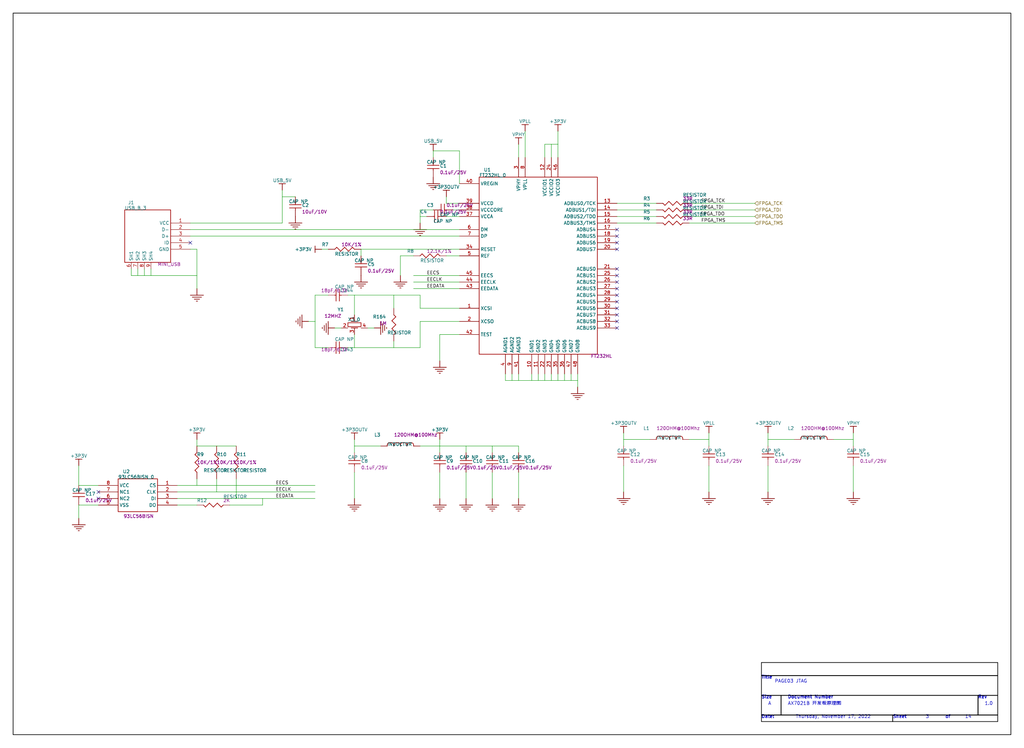
<source format=kicad_sch>
(kicad_sch (version 20231120) (generator "eeschema") (generator_version "8.0")
  (paper "User" 396.24 289.56)
  (title_block (title "PAGE03 JTAG"))
  (no_connect (at 38.1 190.5))
  (no_connect (at 38.1 193.04))
  (no_connect (at 238.76 91.44))
  (no_connect (at 238.76 111.76))
  (no_connect (at 238.76 119.38))
  (no_connect (at 73.66 93.98))
  (no_connect (at 238.76 124.46))
  (no_connect (at 238.76 127))
  (no_connect (at 238.76 114.3))
  (no_connect (at 238.76 93.98))
  (no_connect (at 238.76 106.68))
  (no_connect (at 238.76 96.52))
  (no_connect (at 238.76 88.9))
  (no_connect (at 238.76 121.92))
  (no_connect (at 238.76 116.84))
  (no_connect (at 238.76 104.14))
  (no_connect (at 238.76 109.22))
  (wire (pts (xy 101.6 193.04) (xy 91.44 193.04)))
  (wire (pts (xy 127 134.62) (xy 121.92 134.62)))
  (wire (pts (xy 297.18 170.18) (xy 297.18 167.64)))
  (wire (pts (xy 218.44 147.32) (xy 215.9 147.32)))
  (wire (pts (xy 213.36 147.32) (xy 213.36 144.78)))
  (wire (pts (xy 210.82 147.32) (xy 210.82 144.78)))
  (wire (pts (xy 215.9 147.32) (xy 213.36 147.32)))
  (wire (pts (xy 208.28 147.32) (xy 208.28 144.78)))
  (wire (pts (xy 76.2 106.68) (xy 76.2 96.52)))
  (wire (pts (xy 254 78.74) (xy 238.76 78.74)))
  (wire (pts (xy 241.3 190.5) (xy 241.3 180.34)))
  (wire (pts (xy 170.18 172.72) (xy 180.34 172.72)))
  (wire (pts (xy 160.02 109.22) (xy 177.8 109.22)))
  (wire (pts (xy 274.32 170.18) (xy 266.7 170.18)))
  (wire (pts (xy 137.16 172.72) (xy 137.16 170.18)))
  (wire (pts (xy 121.92 114.3) (xy 127 114.3)))
  (wire (pts (xy 200.66 172.72) (xy 190.5 172.72)))
  (wire (pts (xy 198.12 147.32) (xy 200.66 147.32)))
  (wire (pts (xy 68.58 190.5) (xy 83.82 190.5)))
  (wire (pts (xy 274.32 170.18) (xy 274.32 167.64)))
  (wire (pts (xy 50.8 106.68) (xy 53.34 106.68)))
  (wire (pts (xy 254 86.36) (xy 238.76 86.36)))
  (wire (pts (xy 83.82 172.72) (xy 76.2 172.72)))
  (wire (pts (xy 160.02 99.06) (xy 154.94 99.06)))
  (wire (pts (xy 58.42 106.68) (xy 58.42 104.14)))
  (wire (pts (xy 127 96.52) (xy 124.46 96.52)))
  (wire (pts (xy 139.7 96.52) (xy 139.7 99.06)))
  (wire (pts (xy 76.2 187.96) (xy 121.92 187.96)))
  (wire (pts (xy 177.8 129.54) (xy 170.18 129.54)))
  (wire (pts (xy 190.5 172.72) (xy 180.34 172.72)))
  (wire (pts (xy 76.2 111.76) (xy 76.2 106.68)))
  (wire (pts (xy 330.2 190.5) (xy 330.2 180.34)))
  (wire (pts (xy 213.36 147.32) (xy 210.82 147.32)))
  (wire (pts (xy 220.98 147.32) (xy 220.98 144.78)))
  (wire (pts (xy 91.44 193.04) (xy 68.58 193.04)))
  (wire (pts (xy 137.16 134.62) (xy 134.62 134.62)))
  (wire (pts (xy 147.32 172.72) (xy 137.16 172.72)))
  (wire (pts (xy 266.7 81.28) (xy 292.1 81.28)))
  (wire (pts (xy 177.8 96.52) (xy 139.7 96.52)))
  (wire (pts (xy 101.6 193.04) (xy 121.92 193.04)))
  (wire (pts (xy 215.9 55.88) (xy 215.9 50.8)))
  (wire (pts (xy 76.2 187.96) (xy 68.58 187.96)))
  (wire (pts (xy 162.56 81.28) (xy 167.64 81.28)))
  (wire (pts (xy 200.66 175.26) (xy 200.66 172.72)))
  (wire (pts (xy 218.44 147.32) (xy 218.44 144.78)))
  (wire (pts (xy 109.22 86.36) (xy 73.66 86.36)))
  (wire (pts (xy 121.92 124.46) (xy 121.92 114.3)))
  (wire (pts (xy 330.2 170.18) (xy 322.58 170.18)))
  (wire (pts (xy 162.56 86.36) (xy 162.56 83.82)))
  (wire (pts (xy 101.6 193.04) (xy 101.6 195.58)))
  (wire (pts (xy 50.8 104.14) (xy 50.8 106.68)))
  (wire (pts (xy 266.7 86.36) (xy 292.1 86.36)))
  (wire (pts (xy 154.94 99.06) (xy 154.94 106.68)))
  (wire (pts (xy 266.7 78.74) (xy 292.1 78.74)))
  (wire (pts (xy 170.18 193.04) (xy 170.18 182.88)))
  (wire (pts (xy 76.2 172.72) (xy 76.2 170.18)))
  (wire (pts (xy 177.8 88.9) (xy 73.66 88.9)))
  (wire (pts (xy 177.8 58.42) (xy 167.64 58.42)))
  (wire (pts (xy 205.74 147.32) (xy 205.74 144.78)))
  (wire (pts (xy 91.44 193.04) (xy 91.44 185.42)))
  (wire (pts (xy 58.42 106.68) (xy 76.2 106.68)))
  (wire (pts (xy 109.22 76.2) (xy 109.22 73.66)))
  (wire (pts (xy 165.1 83.82) (xy 162.56 83.82)))
  (wire (pts (xy 137.16 114.3) (xy 152.4 114.3)))
  (wire (pts (xy 167.64 58.42) (xy 167.64 60.96)))
  (wire (pts (xy 177.8 78.74) (xy 172.72 78.74)))
  (wire (pts (xy 177.8 91.44) (xy 73.66 91.44)))
  (wire (pts (xy 170.18 172.72) (xy 170.18 170.18)))
  (wire (pts (xy 121.92 134.62) (xy 121.92 124.46)))
  (wire (pts (xy 137.16 134.62) (xy 137.16 129.54)))
  (wire (pts (xy 223.52 149.86) (xy 223.52 147.32)))
  (wire (pts (xy 177.8 83.82) (xy 172.72 83.82)))
  (wire (pts (xy 241.3 170.18) (xy 241.3 167.64)))
  (wire (pts (xy 38.1 195.58) (xy 30.48 195.58)))
  (wire (pts (xy 220.98 147.32) (xy 218.44 147.32)))
  (wire (pts (xy 76.2 185.42) (xy 76.2 187.96)))
  (wire (pts (xy 162.56 114.3) (xy 152.4 114.3)))
  (wire (pts (xy 307.34 170.18) (xy 297.18 170.18)))
  (wire (pts (xy 210.82 147.32) (xy 208.28 147.32)))
  (wire (pts (xy 162.56 124.46) (xy 162.56 134.62)))
  (wire (pts (xy 162.56 119.38) (xy 162.56 114.3)))
  (wire (pts (xy 55.88 106.68) (xy 58.42 106.68)))
  (wire (pts (xy 53.34 106.68) (xy 53.34 104.14)))
  (wire (pts (xy 251.46 170.18) (xy 241.3 170.18)))
  (wire (pts (xy 83.82 190.5) (xy 83.82 185.42)))
  (wire (pts (xy 55.88 106.68) (xy 55.88 104.14)))
  (wire (pts (xy 83.82 190.5) (xy 121.92 190.5)))
  (wire (pts (xy 274.32 190.5) (xy 274.32 180.34)))
  (wire (pts (xy 208.28 147.32) (xy 205.74 147.32)))
  (wire (pts (xy 215.9 55.88) (xy 213.36 55.88)))
  (wire (pts (xy 132.08 127) (xy 129.54 127)))
  (wire (pts (xy 144.78 127) (xy 142.24 127)))
  (wire (pts (xy 137.16 193.04) (xy 137.16 182.88)))
  (wire (pts (xy 30.48 187.96) (xy 30.48 180.34)))
  (wire (pts (xy 203.2 60.96) (xy 203.2 50.8)))
  (wire (pts (xy 91.44 172.72) (xy 83.82 172.72)))
  (wire (pts (xy 223.52 147.32) (xy 220.98 147.32)))
  (wire (pts (xy 254 83.82) (xy 238.76 83.82)))
  (wire (pts (xy 180.34 172.72) (xy 180.34 175.26)))
  (wire (pts (xy 162.56 83.82) (xy 162.56 81.28)))
  (wire (pts (xy 198.12 144.78) (xy 198.12 147.32)))
  (wire (pts (xy 177.8 124.46) (xy 162.56 124.46)))
  (wire (pts (xy 205.74 147.32) (xy 200.66 147.32)))
  (wire (pts (xy 109.22 76.2) (xy 109.22 86.36)))
  (wire (pts (xy 297.18 190.5) (xy 297.18 180.34)))
  (wire (pts (xy 101.6 195.58) (xy 88.9 195.58)))
  (wire (pts (xy 177.8 99.06) (xy 172.72 99.06)))
  (wire (pts (xy 274.32 172.72) (xy 274.32 170.18)))
  (wire (pts (xy 160.02 111.76) (xy 177.8 111.76)))
  (wire (pts (xy 152.4 134.62) (xy 152.4 132.08)))
  (wire (pts (xy 76.2 195.58) (xy 68.58 195.58)))
  (wire (pts (xy 114.3 76.2) (xy 109.22 76.2)))
  (wire (pts (xy 170.18 129.54) (xy 170.18 139.7)))
  (wire (pts (xy 38.1 187.96) (xy 30.48 187.96)))
  (wire (pts (xy 266.7 83.82) (xy 292.1 83.82)))
  (wire (pts (xy 330.2 172.72) (xy 330.2 170.18)))
  (wire (pts (xy 160.02 106.68) (xy 177.8 106.68)))
  (wire (pts (xy 215.9 147.32) (xy 215.9 144.78)))
  (wire (pts (xy 170.18 175.26) (xy 170.18 172.72)))
  (wire (pts (xy 190.5 193.04) (xy 190.5 182.88)))
  (wire (pts (xy 200.66 147.32) (xy 200.66 144.78)))
  (wire (pts (xy 200.66 60.96) (xy 200.66 55.88)))
  (wire (pts (xy 137.16 121.92) (xy 137.16 114.3)))
  (wire (pts (xy 137.16 175.26) (xy 137.16 172.72)))
  (wire (pts (xy 180.34 193.04) (xy 180.34 182.88)))
  (wire (pts (xy 30.48 195.58) (xy 30.48 200.66)))
  (wire (pts (xy 215.9 60.96) (xy 215.9 55.88)))
  (wire (pts (xy 137.16 114.3) (xy 134.62 114.3)))
  (wire (pts (xy 152.4 134.62) (xy 137.16 134.62)))
  (wire (pts (xy 119.38 124.46) (xy 121.92 124.46)))
  (wire (pts (xy 172.72 78.74) (xy 172.72 76.2)))
  (wire (pts (xy 162.56 172.72) (xy 170.18 172.72)))
  (wire (pts (xy 254 81.28) (xy 238.76 81.28)))
  (wire (pts (xy 198.12 147.32) (xy 195.58 147.32)))
  (wire (pts (xy 213.36 55.88) (xy 213.36 60.96)))
  (wire (pts (xy 195.58 147.32) (xy 195.58 144.78)))
  (wire (pts (xy 177.8 119.38) (xy 162.56 119.38)))
  (wire (pts (xy 162.56 134.62) (xy 152.4 134.62)))
  (wire (pts (xy 210.82 60.96) (xy 210.82 55.88)))
  (wire (pts (xy 297.18 172.72) (xy 297.18 170.18)))
  (wire (pts (xy 177.8 81.28) (xy 175.26 81.28)))
  (wire (pts (xy 152.4 114.3) (xy 152.4 119.38)))
  (wire (pts (xy 53.34 106.68) (xy 55.88 106.68)))
  (wire (pts (xy 76.2 96.52) (xy 73.66 96.52)))
  (wire (pts (xy 190.5 175.26) (xy 190.5 172.72)))
  (wire (pts (xy 200.66 193.04) (xy 200.66 182.88)))
  (wire (pts (xy 210.82 55.88) (xy 213.36 55.88)))
  (wire (pts (xy 177.8 71.12) (xy 177.8 58.42)))
  (wire (pts (xy 223.52 147.32) (xy 223.52 144.78)))
  (wire (pts (xy 241.3 172.72) (xy 241.3 170.18)))
  (wire (pts (xy 330.2 170.18) (xy 330.2 167.64)))
  (rectangle (start 345.44 276.86) (end 294.64 279.4) (stroke (width 0.254) (color 0 0 0 1)))
  (rectangle (start 386.08 256.54) (end 294.64 261.62) (stroke (width 0.254) (color 0 0 0 1)))
  (rectangle (start 386.08 276.86) (end 345.44 279.4) (stroke (width 0.254) (color 0 0 0 1)))
  (rectangle (start 391.16 5.08) (end 5.08 284.48) (stroke (width 0.254) (color 0 0 0 1)))
  (rectangle (start 386.08 269.24) (end 378.46 276.86) (stroke (width 0.254) (color 0 0 0 1)))
  (rectangle (start 302.26 269.24) (end 294.64 276.86) (stroke (width 0.254) (color 0 0 0 1)))
  (rectangle (start 378.46 269.24) (end 302.26 276.86) (stroke (width 0.254) (color 0 0 0 1)))
  (rectangle (start 386.08 261.62) (end 294.64 269.24) (stroke (width 0.254) (color 0 0 0 1)))
  (text "Document Number" (at 304.8 269.24 0) (effects (font (size 1.27 1.27)) (justify left top)))
  (text "Title" (at 294.64 261.62 0) (effects (font (size 1.27 1.27)) (justify left top)))
  (text "Title" (at 294.64 261.62 0) (effects (font (size 1.27 1.27)) (justify left top)))
  (text "Title" (at 294.64 261.62 0) (effects (font (size 1.27 1.27)) (justify left top)))
  (text "AX7021B 开发板原理图" (at 304.8 271.78 0) (effects (font (size 1.27 1.27)) (justify left top)))
  (text "14" (at 373.38 276.86 0) (effects (font (size 1.27 1.27)) (justify left top)))
  (text "Size" (at 294.64 269.24 0) (effects (font (size 1.27 1.27)) (justify left top)))
  (text "Date:" (at 294.64 276.86 0) (effects (font (size 1.27 1.27)) (justify left top)))
  (text "PAGE03 JTAG" (at 299.72 263.144 0) (effects (font (size 1.27 1.27)) (justify left top)))
  (text "Date:" (at 294.64 276.86 0) (effects (font (size 1.27 1.27)) (justify left top)))
  (text "Document Number" (at 304.8 269.24 0) (effects (font (size 1.27 1.27)) (justify left top)))
  (text "3" (at 358.14 276.86 0) (effects (font (size 1.27 1.27)) (justify left top)))
  (text "Sheet" (at 345.44 276.86 0) (effects (font (size 1.27 1.27)) (justify left top)))
  (text "Date:" (at 294.64 276.86 0) (effects (font (size 1.27 1.27)) (justify left top)))
  (text "Rev" (at 378.46 269.24 0) (effects (font (size 1.27 1.27)) (justify left top)))
  (text "Sheet" (at 345.44 276.86 0) (effects (font (size 1.27 1.27)) (justify left top)))
  (text "Document Number" (at 304.8 269.24 0) (effects (font (size 1.27 1.27)) (justify left top)))
  (text "Size" (at 294.64 269.24 0) (effects (font (size 1.27 1.27)) (justify left top)))
  (text "Rev" (at 378.46 269.24 0) (effects (font (size 1.27 1.27)) (justify left top)))
  (text "Rev" (at 378.46 269.24 0) (effects (font (size 1.27 1.27)) (justify left top)))
  (text "Sheet" (at 345.44 276.86 0) (effects (font (size 1.27 1.27)) (justify left top)))
  (text "of" (at 365.76 276.86 0) (effects (font (size 1.27 1.27)) (justify left top)))
  (text "of" (at 365.76 276.86 0) (effects (font (size 1.27 1.27)) (justify left top)))
  (text "Size" (at 294.64 269.24 0) (effects (font (size 1.27 1.27)) (justify left top)))
  (text "of" (at 365.76 276.86 0) (effects (font (size 1.27 1.27)) (justify left top)))
  (text "1.0" (at 381 271.78 0) (effects (font (size 1.27 1.27)) (justify left top)))
  (text "A" (at 297.18 271.78 0) (effects (font (size 1.27 1.27)) (justify left top)))
  (text "Thursday, November 17, 2022" (at 307.848 276.86 0) (effects (font (size 1.27 1.27)) (justify left top)))
  (label "FPGA_TDO" (at 271.018 83.82 0))
  (label "EECS" (at 106.68 187.96 0))
  (label "FPGA_TMS" (at 271.272 86.36 0))
  (label "EEDATA" (at 106.68 193.04 0))
  (label "EECS" (at 165.1 106.68 0))
  (label "EECLK" (at 106.68 190.5 0))
  (label "EEDATA" (at 165.1 111.76 0))
  (label "EECLK" (at 165.1 109.22 0))
  (label "FPGA_TDI" (at 271.272 81.28 0))
  (label "FPGA_TCK" (at 271.272 78.74 0))
  (hierarchical_label "FPGA_TDI" (shape input) (at 292.1 81.28 0))
  (hierarchical_label "FPGA_TDO" (shape input) (at 292.1 83.82 0))
  (hierarchical_label "FPGA_TCK" (shape input) (at 292.1 78.74 0))
  (hierarchical_label "FPGA_TMS" (shape input) (at 292.1 86.36 0))
  (symbol (lib_id "proj1-altium-import:GND_POWER_GROUND") (at 30.48 200.66 0) (unit 1)
    (property "Reference" "#PWR?" (effects (hide yes)))
    (property "Value" "GND" (effects (hide yes)))
  )
  (symbol (lib_id "proj1-altium-import:root_3_RESISTOR") (at 86.36 193.04 0) (unit 1)
    (property "Reference" "R12" (at 76.2 193.04 0) (effects (justify left top)))
    (property "Value" "RESISTOR" (at 86.36 193.04 0) (effects (justify left bottom)))
    (property "SYMBOL" "RESISTOR" (effects (hide yes)))
    (property "DEVICE" "RESISTOR" (effects (hide yes)))
    (property "PCB FOOTPRINT" "R0402" (effects (hide yes)))
    (property "SOURCE PACKAGE" "RESISTOR" (effects (hide yes)))
    (property "PRIMITIVE" "DEFAULT" (effects (hide yes)))
    (property "VA" "电阻" (effects (hide yes)))
    (property "ALTIUM_VALUE" "2K" (at 86.36 193.04 0) (effects (justify left top)))
    (property "IMPLEMENTATION TYPE" "<none>" (effects (hide yes)))
    (property "POWER PINS VISIBLE" "False" (effects (hide yes)))
    (property "ADD INTO BOM" "yes" (effects (hide yes)))
    (property "CONVERT TO PCB" "yes" (effects (hide yes)))
    (property "ORIGIN FOOTPRINT" "R0402" (effects (hide yes)))
  )
  (symbol (lib_id "proj1-altium-import:root_1_CAP NP") (at 167.64 86.36 0) (unit 1)
    (property "Reference" "C4" (at 162.56 81.28 0) (effects (justify left top)))
    (property "Value" "CAP NP" (at 167.64 86.36 0) (effects (justify left bottom)))
    (property "SYMBOL" "CAP NP" (effects (hide yes)))
    (property "DEVICE" "CAP NP" (effects (hide yes)))
    (property "PCB FOOTPRINT" "C0402" (effects (hide yes)))
    (property "SOURCE PACKAGE" "CAP NP" (effects (hide yes)))
    (property "PRIMITIVE" "DEFAULT" (effects (hide yes)))
    (property "VA" "电容" (effects (hide yes)))
    (property "ALTIUM_VALUE" "0.1uF/25V" (at 170.18 81.28 0) (effects (justify left top)))
    (property "IMPLEMENTATION TYPE" "<none>" (effects (hide yes)))
    (property "POWER PINS VISIBLE" "False" (effects (hide yes)))
    (property "ADD INTO BOM" "yes" (effects (hide yes)))
    (property "CONVERT TO PCB" "yes" (effects (hide yes)))
    (property "ORIGIN FOOTPRINT" "C0402" (effects (hide yes)))
  )
  (symbol (lib_id "proj1-altium-import:root_0_USB_B_3") (at 48.26 81.28 0) (unit 1)
    (property "Reference" "J1" (at 49.53 77.724 0) (effects (justify left top)))
    (property "Value" "USB_B_3" (at 48.26 81.28 0) (effects (justify left bottom)))
    (property "SYMBOL" "USB_B_3" (effects (hide yes)))
    (property "DEVICE" "USB_B_3" (effects (hide yes)))
    (property "PCB FOOTPRINT" "mini_usb_dip" (effects (hide yes)))
    (property "SOURCE PACKAGE" "USB_B_3" (effects (hide yes)))
    (property "PRIMITIVE" "DEFAULT" (effects (hide yes)))
    (property "VA" "直插USB接口" (effects (hide yes)))
    (property "ALTIUM_VALUE" "MINI_USB" (at 60.96 101.6 0) (effects (justify left top)))
    (property "IMPLEMENTATION TYPE" "<none>" (effects (hide yes)))
    (property "POWER PINS VISIBLE" "False" (effects (hide yes)))
    (property "ADD INTO BOM" "yes" (effects (hide yes)))
    (property "CONVERT TO PCB" "yes" (effects (hide yes)))
    (property "ORIGIN FOOTPRINT" "mini_usb_dip" (effects (hide yes)))
  )
  (symbol (lib_id "proj1-altium-import:root_1_INDUCTOR") (at 149.86 172.72 0) (unit 1)
    (property "Reference" "L3" (at 144.78 167.64 0) (effects (justify left top)))
    (property "Value" "INDUCTOR" (at 149.86 172.72 0) (effects (justify left bottom)))
    (property "SYMBOL" "INDUCTOR" (effects (hide yes)))
    (property "DEVICE" "INDUCTOR" (effects (hide yes)))
    (property "PCB FOOTPRINT" "L0603" (effects (hide yes)))
    (property "SOURCE PACKAGE" "INDUCTOR" (effects (hide yes)))
    (property "PRIMITIVE" "DEFAULT" (effects (hide yes)))
    (property "VA" "磁珠" (effects (hide yes)))
    (property "ALTIUM_VALUE" "120OHM@100Mhz" (at 152.4 167.64 0) (effects (justify left top)))
    (property "IMPLEMENTATION TYPE" "<none>" (effects (hide yes)))
    (property "POWER PINS VISIBLE" "False" (effects (hide yes)))
    (property "ADD INTO BOM" "yes" (effects (hide yes)))
    (property "CONVERT TO PCB" "yes" (effects (hide yes)))
    (property "ORIGIN FOOTPRINT" "L0603" (effects (hide yes)))
  )
  (symbol (lib_id "proj1-altium-import:root_0_FT232HL_0") (at 185.42 68.58 0) (unit 1)
    (property "Reference" "U1" (at 187.198 65.024 0) (effects (justify left top)))
    (property "Value" "FT232HL_0" (at 185.42 68.58 0) (effects (justify left bottom)))
    (property "SYMBOL" "FT232HL_0" (effects (hide yes)))
    (property "DEVICE" "FT232HL_0" (effects (hide yes)))
    (property "PCB FOOTPRINT" "LQFP-48" (effects (hide yes)))
    (property "SOURCE PACKAGE" "FT232HL_0" (effects (hide yes)))
    (property "PRIMITIVE" "DEFAULT" (effects (hide yes)))
    (property "VA" "芯片" (effects (hide yes)))
    (property "ALTIUM_VALUE" "FT232HL" (at 228.6 137.16 0) (effects (justify left top)))
    (property "IMPLEMENTATION TYPE" "<none>" (effects (hide yes)))
    (property "POWER PINS VISIBLE" "False" (effects (hide yes)))
    (property "ADD INTO BOM" "yes" (effects (hide yes)))
    (property "CONVERT TO PCB" "yes" (effects (hide yes)))
    (property "ORIGIN FOOTPRINT" "LQFP-48" (effects (hide yes)))
  )
  (symbol (lib_id "proj1-altium-import:GND_POWER_GROUND") (at 76.2 111.76 0) (unit 1)
    (property "Reference" "#PWR?" (effects (hide yes)))
    (property "Value" "GND" (effects (hide yes)))
  )
  (symbol (lib_id "proj1-altium-import:GND_POWER_GROUND") (at 129.54 127 270) (unit 1)
    (property "Reference" "#PWR?" (effects (hide yes)))
    (property "Value" "GND" (effects (hide yes)))
  )
  (symbol (lib_id "proj1-altium-import:root_1_INDUCTOR") (at 254 170.18 0) (unit 1)
    (property "Reference" "L1" (at 248.92 165.1 0) (effects (justify left top)))
    (property "Value" "INDUCTOR" (at 254 170.18 0) (effects (justify left bottom)))
    (property "SYMBOL" "INDUCTOR" (effects (hide yes)))
    (property "DEVICE" "INDUCTOR" (effects (hide yes)))
    (property "PCB FOOTPRINT" "L0603" (effects (hide yes)))
    (property "SOURCE PACKAGE" "INDUCTOR" (effects (hide yes)))
    (property "PRIMITIVE" "DEFAULT" (effects (hide yes)))
    (property "VA" "磁珠" (effects (hide yes)))
    (property "ALTIUM_VALUE" "120OHM@100Mhz" (at 254 165.1 0) (effects (justify left top)))
    (property "IMPLEMENTATION TYPE" "<none>" (effects (hide yes)))
    (property "POWER PINS VISIBLE" "False" (effects (hide yes)))
    (property "ADD INTO BOM" "yes" (effects (hide yes)))
    (property "CONVERT TO PCB" "yes" (effects (hide yes)))
    (property "ORIGIN FOOTPRINT" "L0603" (effects (hide yes)))
  )
  (symbol (lib_id "proj1-altium-import:GND_POWER_GROUND") (at 170.18 193.04 0) (unit 1)
    (property "Reference" "#PWR?" (effects (hide yes)))
    (property "Value" "GND" (effects (hide yes)))
  )
  (symbol (lib_id "proj1-altium-import:GND_POWER_GROUND") (at 180.34 193.04 0) (unit 1)
    (property "Reference" "#PWR?" (effects (hide yes)))
    (property "Value" "GND" (effects (hide yes)))
  )
  (symbol (lib_id "proj1-altium-import:VPHY_BAR") (at 330.2 167.64 180) (unit 1)
    (property "Reference" "#PWR?" (effects (hide yes)))
    (property "Value" "VPHY" (at 330.2 163.83 0))
  )
  (symbol (lib_id "proj1-altium-import:root_0_CAP NP") (at 134.62 177.8 0) (unit 1)
    (property "Reference" "C8" (at 139.7 177.8 0) (effects (justify left top)))
    (property "Value" "CAP NP" (at 134.62 177.8 0) (effects (justify left bottom)))
    (property "SYMBOL" "CAP NP" (effects (hide yes)))
    (property "DEVICE" "CAP NP" (effects (hide yes)))
    (property "PCB FOOTPRINT" "C0402" (effects (hide yes)))
    (property "SOURCE PACKAGE" "CAP NP" (effects (hide yes)))
    (property "PRIMITIVE" "DEFAULT" (effects (hide yes)))
    (property "VA" "电容" (effects (hide yes)))
    (property "ALTIUM_VALUE" "0.1uF/25V" (at 139.7 180.34 0) (effects (justify left top)))
    (property "IMPLEMENTATION TYPE" "<none>" (effects (hide yes)))
    (property "POWER PINS VISIBLE" "False" (effects (hide yes)))
    (property "ADD INTO BOM" "yes" (effects (hide yes)))
    (property "CONVERT TO PCB" "yes" (effects (hide yes)))
    (property "ORIGIN FOOTPRINT" "C0402" (effects (hide yes)))
  )
  (symbol (lib_id "proj1-altium-import:root_0_CAP NP") (at 167.64 177.8 0) (unit 1)
    (property "Reference" "C9" (at 172.72 177.8 0) (effects (justify left top)))
    (property "Value" "CAP NP" (at 167.64 177.8 0) (effects (justify left bottom)))
    (property "SYMBOL" "CAP NP" (effects (hide yes)))
    (property "DEVICE" "CAP NP" (effects (hide yes)))
    (property "PCB FOOTPRINT" "C0402" (effects (hide yes)))
    (property "SOURCE PACKAGE" "CAP NP" (effects (hide yes)))
    (property "PRIMITIVE" "DEFAULT" (effects (hide yes)))
    (property "VA" "电容" (effects (hide yes)))
    (property "ALTIUM_VALUE" "0.1uF/25V" (at 172.72 180.34 0) (effects (justify left top)))
    (property "IMPLEMENTATION TYPE" "<none>" (effects (hide yes)))
    (property "POWER PINS VISIBLE" "False" (effects (hide yes)))
    (property "ADD INTO BOM" "yes" (effects (hide yes)))
    (property "CONVERT TO PCB" "yes" (effects (hide yes)))
    (property "ORIGIN FOOTPRINT" "C0402" (effects (hide yes)))
  )
  (symbol (lib_id "proj1-altium-import:+3P3V_BAR") (at 215.9 50.8 180) (unit 1)
    (property "Reference" "#PWR?" (effects (hide yes)))
    (property "Value" "+3P3V" (at 215.9 46.99 0))
  )
  (symbol (lib_id "proj1-altium-import:root_3_RESISTOR") (at 264.16 78.74 0) (unit 1)
    (property "Reference" "R4" (at 248.92 78.74 0) (effects (justify left top)))
    (property "Value" "RESISTOR" (at 264.16 78.74 0) (effects (justify left bottom)))
    (property "SYMBOL" "RESISTOR" (effects (hide yes)))
    (property "DEVICE" "RESISTOR" (effects (hide yes)))
    (property "PCB FOOTPRINT" "R0402" (effects (hide yes)))
    (property "SOURCE PACKAGE" "RESISTOR" (effects (hide yes)))
    (property "PRIMITIVE" "DEFAULT" (effects (hide yes)))
    (property "VA" "电阻" (effects (hide yes)))
    (property "ALTIUM_VALUE" "33R" (at 264.16 78.74 0) (effects (justify left top)))
    (property "IMPLEMENTATION TYPE" "<none>" (effects (hide yes)))
    (property "POWER PINS VISIBLE" "False" (effects (hide yes)))
    (property "ADD INTO BOM" "yes" (effects (hide yes)))
    (property "CONVERT TO PCB" "yes" (effects (hide yes)))
    (property "ORIGIN FOOTPRINT" "R0402" (effects (hide yes)))
  )
  (symbol (lib_id "proj1-altium-import:GND_POWER_GROUND") (at 119.38 124.46 270) (unit 1)
    (property "Reference" "#PWR?" (effects (hide yes)))
    (property "Value" "GND" (effects (hide yes)))
  )
  (symbol (lib_id "proj1-altium-import:root_3_mirrored_CAP NP") (at 129.54 132.08 0) (unit 1)
    (property "Reference" "C243" (at 131.572 134.62 0) (effects (justify left top)))
    (property "Value" "CAP NP" (at 129.54 132.08 0) (effects (justify left bottom)))
    (property "SYMBOL" "CAP NP" (effects (hide yes)))
    (property "DEVICE" "CAP NP" (effects (hide yes)))
    (property "PCB FOOTPRINT" "C0402" (effects (hide yes)))
    (property "SOURCE PACKAGE" "CAP NP" (effects (hide yes)))
    (property "PRIMITIVE" "DEFAULT" (effects (hide yes)))
    (property "VA" "电容" (effects (hide yes)))
    (property "ALTIUM_VALUE" "18pF/6.3V" (at 124.206 134.62 0) (effects (justify left top)))
    (property "IMPLEMENTATION TYPE" "<none>" (effects (hide yes)))
    (property "POWER PINS VISIBLE" "False" (effects (hide yes)))
    (property "ADD INTO BOM" "yes" (effects (hide yes)))
    (property "CONVERT TO PCB" "yes" (effects (hide yes)))
    (property "ORIGIN FOOTPRINT" "C0402" (effects (hide yes)))
  )
  (symbol (lib_id "proj1-altium-import:root_0_CAP NP") (at 327.66 175.26 0) (unit 1)
    (property "Reference" "C15" (at 332.74 175.26 0) (effects (justify left top)))
    (property "Value" "CAP NP" (at 327.66 175.26 0) (effects (justify left bottom)))
    (property "SYMBOL" "CAP NP" (effects (hide yes)))
    (property "DEVICE" "CAP NP" (effects (hide yes)))
    (property "PCB FOOTPRINT" "C0402" (effects (hide yes)))
    (property "SOURCE PACKAGE" "CAP NP" (effects (hide yes)))
    (property "PRIMITIVE" "DEFAULT" (effects (hide yes)))
    (property "VA" "电容" (effects (hide yes)))
    (property "ALTIUM_VALUE" "0.1uF/25V" (at 332.74 177.8 0) (effects (justify left top)))
    (property "IMPLEMENTATION TYPE" "<none>" (effects (hide yes)))
    (property "POWER PINS VISIBLE" "False" (effects (hide yes)))
    (property "ADD INTO BOM" "yes" (effects (hide yes)))
    (property "CONVERT TO PCB" "yes" (effects (hide yes)))
    (property "ORIGIN FOOTPRINT" "C0402" (effects (hide yes)))
  )
  (symbol (lib_id "proj1-altium-import:root_0_CAP NP") (at 238.76 175.26 0) (unit 1)
    (property "Reference" "C12" (at 243.84 175.26 0) (effects (justify left top)))
    (property "Value" "CAP NP" (at 238.76 175.26 0) (effects (justify left bottom)))
    (property "SYMBOL" "CAP NP" (effects (hide yes)))
    (property "DEVICE" "CAP NP" (effects (hide yes)))
    (property "PCB FOOTPRINT" "C0402" (effects (hide yes)))
    (property "SOURCE PACKAGE" "CAP NP" (effects (hide yes)))
    (property "PRIMITIVE" "DEFAULT" (effects (hide yes)))
    (property "VA" "电容" (effects (hide yes)))
    (property "ALTIUM_VALUE" "0.1uF/25V" (at 243.84 177.8 0) (effects (justify left top)))
    (property "IMPLEMENTATION TYPE" "<none>" (effects (hide yes)))
    (property "POWER PINS VISIBLE" "False" (effects (hide yes)))
    (property "ADD INTO BOM" "yes" (effects (hide yes)))
    (property "CONVERT TO PCB" "yes" (effects (hide yes)))
    (property "ORIGIN FOOTPRINT" "C0402" (effects (hide yes)))
  )
  (symbol (lib_id "proj1-altium-import:+3P3OUTV_BAR") (at 137.16 170.18 180) (unit 1)
    (property "Reference" "#PWR?" (effects (hide yes)))
    (property "Value" "+3P3OUTV" (at 137.16 166.37 0))
  )
  (symbol (lib_id "proj1-altium-import:GND_POWER_GROUND") (at 223.52 149.86 0) (unit 1)
    (property "Reference" "#PWR?" (effects (hide yes)))
    (property "Value" "GND" (effects (hide yes)))
  )
  (symbol (lib_id "proj1-altium-import:root_3_RESISTOR") (at 264.16 76.2 0) (unit 1)
    (property "Reference" "R3" (at 248.92 76.2 0) (effects (justify left top)))
    (property "Value" "RESISTOR" (at 264.16 76.2 0) (effects (justify left bottom)))
    (property "SYMBOL" "RESISTOR" (effects (hide yes)))
    (property "DEVICE" "RESISTOR" (effects (hide yes)))
    (property "PCB FOOTPRINT" "R0402" (effects (hide yes)))
    (property "SOURCE PACKAGE" "RESISTOR" (effects (hide yes)))
    (property "PRIMITIVE" "DEFAULT" (effects (hide yes)))
    (property "VA" "电阻" (effects (hide yes)))
    (property "ALTIUM_VALUE" "33R" (at 264.16 76.2 0) (effects (justify left top)))
    (property "IMPLEMENTATION TYPE" "<none>" (effects (hide yes)))
    (property "POWER PINS VISIBLE" "False" (effects (hide yes)))
    (property "ADD INTO BOM" "yes" (effects (hide yes)))
    (property "CONVERT TO PCB" "yes" (effects (hide yes)))
    (property "ORIGIN FOOTPRINT" "R0402" (effects (hide yes)))
  )
  (symbol (lib_id "proj1-altium-import:root_2_RESISTOR") (at 93.98 182.88 0) (unit 1)
    (property "Reference" "R11" (at 91.44 175.26 0) (effects (justify left top)))
    (property "Value" "RESISTOR" (at 93.98 182.88 0) (effects (justify left bottom)))
    (property "SYMBOL" "RESISTOR" (effects (hide yes)))
    (property "DEVICE" "RESISTOR" (effects (hide yes)))
    (property "PCB FOOTPRINT" "R0402" (effects (hide yes)))
    (property "SOURCE PACKAGE" "RESISTOR" (effects (hide yes)))
    (property "PRIMITIVE" "DEFAULT" (effects (hide yes)))
    (property "VA" "电阻" (effects (hide yes)))
    (property "ALTIUM_VALUE" "10K/1%" (at 91.44 178.308 0) (effects (justify left top)))
    (property "IMPLEMENTATION TYPE" "<none>" (effects (hide yes)))
    (property "POWER PINS VISIBLE" "False" (effects (hide yes)))
    (property "ADD INTO BOM" "yes" (effects (hide yes)))
    (property "CONVERT TO PCB" "yes" (effects (hide yes)))
    (property "ORIGIN FOOTPRINT" "R0402" (effects (hide yes)))
  )
  (symbol (lib_id "proj1-altium-import:root_0_CAP NP") (at 177.8 177.8 0) (unit 1)
    (property "Reference" "C10" (at 182.88 177.8 0) (effects (justify left top)))
    (property "Value" "CAP NP" (at 177.8 177.8 0) (effects (justify left bottom)))
    (property "SYMBOL" "CAP NP" (effects (hide yes)))
    (property "DEVICE" "CAP NP" (effects (hide yes)))
    (property "PCB FOOTPRINT" "C0402" (effects (hide yes)))
    (property "SOURCE PACKAGE" "CAP NP" (effects (hide yes)))
    (property "PRIMITIVE" "DEFAULT" (effects (hide yes)))
    (property "VA" "电容" (effects (hide yes)))
    (property "ALTIUM_VALUE" "0.1uF/25V" (at 182.88 180.34 0) (effects (justify left top)))
    (property "IMPLEMENTATION TYPE" "<none>" (effects (hide yes)))
    (property "POWER PINS VISIBLE" "False" (effects (hide yes)))
    (property "ADD INTO BOM" "yes" (effects (hide yes)))
    (property "CONVERT TO PCB" "yes" (effects (hide yes)))
    (property "ORIGIN FOOTPRINT" "C0402" (effects (hide yes)))
  )
  (symbol (lib_id "proj1-altium-import:GND_POWER_GROUND") (at 167.64 68.58 0) (unit 1)
    (property "Reference" "#PWR?" (effects (hide yes)))
    (property "Value" "GND" (effects (hide yes)))
  )
  (symbol (lib_id "proj1-altium-import:GND_POWER_GROUND") (at 241.3 190.5 0) (unit 1)
    (property "Reference" "#PWR?" (effects (hide yes)))
    (property "Value" "GND" (effects (hide yes)))
  )
  (symbol (lib_id "proj1-altium-import:root_0_CAP NP") (at 198.12 177.8 0) (unit 1)
    (property "Reference" "C16" (at 203.2 177.8 0) (effects (justify left top)))
    (property "Value" "CAP NP" (at 198.12 177.8 0) (effects (justify left bottom)))
    (property "SYMBOL" "CAP NP" (effects (hide yes)))
    (property "DEVICE" "CAP NP" (effects (hide yes)))
    (property "PCB FOOTPRINT" "C0402" (effects (hide yes)))
    (property "SOURCE PACKAGE" "CAP NP" (effects (hide yes)))
    (property "PRIMITIVE" "DEFAULT" (effects (hide yes)))
    (property "VA" "电容" (effects (hide yes)))
    (property "ALTIUM_VALUE" "0.1uF/25V" (at 203.2 180.34 0) (effects (justify left top)))
    (property "IMPLEMENTATION TYPE" "<none>" (effects (hide yes)))
    (property "POWER PINS VISIBLE" "False" (effects (hide yes)))
    (property "ADD INTO BOM" "yes" (effects (hide yes)))
    (property "CONVERT TO PCB" "yes" (effects (hide yes)))
    (property "ORIGIN FOOTPRINT" "C0402" (effects (hide yes)))
  )
  (symbol (lib_id "proj1-altium-import:root_3_RESISTOR") (at 264.16 81.28 0) (unit 1)
    (property "Reference" "R5" (at 248.92 81.28 0) (effects (justify left top)))
    (property "Value" "RESISTOR" (at 264.16 81.28 0) (effects (justify left bottom)))
    (property "SYMBOL" "RESISTOR" (effects (hide yes)))
    (property "DEVICE" "RESISTOR" (effects (hide yes)))
    (property "PCB FOOTPRINT" "R0402" (effects (hide yes)))
    (property "SOURCE PACKAGE" "RESISTOR" (effects (hide yes)))
    (property "PRIMITIVE" "DEFAULT" (effects (hide yes)))
    (property "VA" "电阻" (effects (hide yes)))
    (property "ALTIUM_VALUE" "33R" (at 264.16 81.28 0) (effects (justify left top)))
    (property "IMPLEMENTATION TYPE" "<none>" (effects (hide yes)))
    (property "POWER PINS VISIBLE" "False" (effects (hide yes)))
    (property "ADD INTO BOM" "yes" (effects (hide yes)))
    (property "CONVERT TO PCB" "yes" (effects (hide yes)))
    (property "ORIGIN FOOTPRINT" "R0402" (effects (hide yes)))
  )
  (symbol (lib_id "proj1-altium-import:VPLL_BAR") (at 274.32 167.64 180) (unit 1)
    (property "Reference" "#PWR?" (effects (hide yes)))
    (property "Value" "VPLL" (at 274.32 163.83 0))
  )
  (symbol (lib_id "proj1-altium-import:GND_POWER_GROUND") (at 190.5 193.04 0) (unit 1)
    (property "Reference" "#PWR?" (effects (hide yes)))
    (property "Value" "GND" (effects (hide yes)))
  )
  (symbol (lib_id "proj1-altium-import:root_2_RESISTOR") (at 78.74 182.88 0) (unit 1)
    (property "Reference" "R9" (at 76.2 175.26 0) (effects (justify left top)))
    (property "Value" "RESISTOR" (at 78.74 182.88 0) (effects (justify left bottom)))
    (property "SYMBOL" "RESISTOR" (effects (hide yes)))
    (property "DEVICE" "RESISTOR" (effects (hide yes)))
    (property "PCB FOOTPRINT" "R0402" (effects (hide yes)))
    (property "SOURCE PACKAGE" "RESISTOR" (effects (hide yes)))
    (property "PRIMITIVE" "DEFAULT" (effects (hide yes)))
    (property "VA" "电阻" (effects (hide yes)))
    (property "ALTIUM_VALUE" "10K/1%" (at 76.2 178.308 0) (effects (justify left top)))
    (property "IMPLEMENTATION TYPE" "<none>" (effects (hide yes)))
    (property "POWER PINS VISIBLE" "False" (effects (hide yes)))
    (property "ADD INTO BOM" "yes" (effects (hide yes)))
    (property "CONVERT TO PCB" "yes" (effects (hide yes)))
    (property "ORIGIN FOOTPRINT" "R0402" (effects (hide yes)))
  )
  (symbol (lib_id "proj1-altium-import:+3P3V_BAR") (at 124.46 96.52 270) (unit 1)
    (property "Reference" "#PWR?" (effects (hide yes)))
    (property "Value" "+3P3V" (at 120.65 96.52 90) (effects (justify right)))
  )
  (symbol (lib_id "proj1-altium-import:root_1_RESISTOR") (at 129.54 99.06 0) (unit 1)
    (property "Reference" "R7" (at 124.46 93.98 0) (effects (justify left top)))
    (property "Value" "RESISTOR" (at 129.54 99.06 0) (effects (justify left bottom)))
    (property "SYMBOL" "RESISTOR" (effects (hide yes)))
    (property "DEVICE" "RESISTOR" (effects (hide yes)))
    (property "PCB FOOTPRINT" "R0402" (effects (hide yes)))
    (property "SOURCE PACKAGE" "RESISTOR" (effects (hide yes)))
    (property "PRIMITIVE" "DEFAULT" (effects (hide yes)))
    (property "VA" "电阻" (effects (hide yes)))
    (property "ALTIUM_VALUE" "10K/1%" (at 132.08 93.98 0) (effects (justify left top)))
    (property "IMPLEMENTATION TYPE" "<none>" (effects (hide yes)))
    (property "POWER PINS VISIBLE" "False" (effects (hide yes)))
    (property "ADD INTO BOM" "yes" (effects (hide yes)))
    (property "CONVERT TO PCB" "yes" (effects (hide yes)))
    (property "ORIGIN FOOTPRINT" "R0402" (effects (hide yes)))
  )
  (symbol (lib_id "proj1-altium-import:GND_POWER_GROUND") (at 139.7 106.68 0) (unit 1)
    (property "Reference" "#PWR?" (effects (hide yes)))
    (property "Value" "GND" (effects (hide yes)))
  )
  (symbol (lib_id "proj1-altium-import:root_0_CAP NP") (at 165.1 63.5 0) (unit 1)
    (property "Reference" "C1" (at 170.18 63.5 0) (effects (justify left top)))
    (property "Value" "CAP NP" (at 165.1 63.5 0) (effects (justify left bottom)))
    (property "SYMBOL" "CAP NP" (effects (hide yes)))
    (property "DEVICE" "CAP NP" (effects (hide yes)))
    (property "PCB FOOTPRINT" "C0402" (effects (hide yes)))
    (property "SOURCE PACKAGE" "CAP NP" (effects (hide yes)))
    (property "PRIMITIVE" "DEFAULT" (effects (hide yes)))
    (property "VA" "电容" (effects (hide yes)))
    (property "ALTIUM_VALUE" "0.1uF/25V" (at 170.18 66.04 0) (effects (justify left top)))
    (property "IMPLEMENTATION TYPE" "<none>" (effects (hide yes)))
    (property "POWER PINS VISIBLE" "False" (effects (hide yes)))
    (property "ADD INTO BOM" "yes" (effects (hide yes)))
    (property "CONVERT TO PCB" "yes" (effects (hide yes)))
    (property "ORIGIN FOOTPRINT" "C0402" (effects (hide yes)))
  )
  (symbol (lib_id "proj1-altium-import:USB_5V_BAR") (at 109.22 73.66 180) (unit 1)
    (property "Reference" "#PWR?" (effects (hide yes)))
    (property "Value" "USB_5V" (at 109.22 69.85 0))
  )
  (symbol (lib_id "proj1-altium-import:GND_POWER_GROUND") (at 274.32 190.5 0) (unit 1)
    (property "Reference" "#PWR?" (effects (hide yes)))
    (property "Value" "GND" (effects (hide yes)))
  )
  (symbol (lib_id "proj1-altium-import:GND_POWER_GROUND") (at 297.18 190.5 0) (unit 1)
    (property "Reference" "#PWR?" (effects (hide yes)))
    (property "Value" "GND" (effects (hide yes)))
  )
  (symbol (lib_id "proj1-altium-import:+3P3V_BAR") (at 30.48 180.34 180) (unit 1)
    (property "Reference" "#PWR?" (effects (hide yes)))
    (property "Value" "+3P3V" (at 30.48 176.53 0))
  )
  (symbol (lib_id "proj1-altium-import:root_0_93LC56BISN_0") (at 45.72 185.42 0) (unit 1)
    (property "Reference" "U2" (at 47.498 181.864 0) (effects (justify left top)))
    (property "Value" "93LC56BISN_0" (at 45.72 185.42 0) (effects (justify left bottom)))
    (property "SYMBOL" "93LC56BISN_0" (effects (hide yes)))
    (property "DEVICE" "93LC56BISN_0" (effects (hide yes)))
    (property "PCB FOOTPRINT" "SO8" (effects (hide yes)))
    (property "SOURCE PACKAGE" "93LC56BISN_0" (effects (hide yes)))
    (property "PRIMITIVE" "DEFAULT" (effects (hide yes)))
    (property "VA" "芯片" (effects (hide yes)))
    (property "ALTIUM_VALUE" "93LC56BISN" (at 47.752 199.136 0) (effects (justify left top)))
    (property "IMPLEMENTATION TYPE" "<none>" (effects (hide yes)))
    (property "POWER PINS VISIBLE" "False" (effects (hide yes)))
    (property "ADD INTO BOM" "yes" (effects (hide yes)))
    (property "CONVERT TO PCB" "yes" (effects (hide yes)))
    (property "ORIGIN FOOTPRINT" "SO8" (effects (hide yes)))
  )
  (symbol (lib_id "proj1-altium-import:root_1_CAP NP") (at 170.18 83.82 0) (unit 1)
    (property "Reference" "C3" (at 165.1 78.74 0) (effects (justify left top)))
    (property "Value" "CAP NP" (at 170.18 83.82 0) (effects (justify left bottom)))
    (property "SYMBOL" "CAP NP" (effects (hide yes)))
    (property "DEVICE" "CAP NP" (effects (hide yes)))
    (property "PCB FOOTPRINT" "C0402" (effects (hide yes)))
    (property "SOURCE PACKAGE" "CAP NP" (effects (hide yes)))
    (property "PRIMITIVE" "DEFAULT" (effects (hide yes)))
    (property "VA" "电容" (effects (hide yes)))
    (property "ALTIUM_VALUE" "0.1uF/25V" (at 172.72 78.74 0) (effects (justify left top)))
    (property "IMPLEMENTATION TYPE" "<none>" (effects (hide yes)))
    (property "POWER PINS VISIBLE" "False" (effects (hide yes)))
    (property "ADD INTO BOM" "yes" (effects (hide yes)))
    (property "CONVERT TO PCB" "yes" (effects (hide yes)))
    (property "ORIGIN FOOTPRINT" "C0402" (effects (hide yes)))
  )
  (symbol (lib_id "proj1-altium-import:GND_POWER_GROUND") (at 114.3 83.82 0) (unit 1)
    (property "Reference" "#PWR?" (effects (hide yes)))
    (property "Value" "GND" (effects (hide yes)))
  )
  (symbol (lib_id "proj1-altium-import:+3P3OUTV_BAR") (at 241.3 167.64 180) (unit 1)
    (property "Reference" "#PWR?" (effects (hide yes)))
    (property "Value" "+3P3OUTV" (at 241.3 163.83 0))
  )
  (symbol (lib_id "proj1-altium-import:root_0_X3_0") (at 134.62 124.46 0) (unit 1)
    (property "Reference" "Y1" (at 130.556 119.126 0) (effects (justify left top)))
    (property "Value" "X3_0" (at 134.62 124.46 0) (effects (justify left bottom)))
    (property "SYMBOL" "X3_0" (effects (hide yes)))
    (property "DEVICE" "X3_0" (effects (hide yes)))
    (property "PCB FOOTPRINT" "OSC3225" (effects (hide yes)))
    (property "SOURCE PACKAGE" "X3_0" (effects (hide yes)))
    (property "PRIMITIVE" "DEFAULT" (effects (hide yes)))
    (property "VA" "无源晶振" (effects (hide yes)))
    (property "ALTIUM_VALUE" "12MHZ" (at 125.476 121.666 0) (effects (justify left top)))
    (property "IMPLEMENTATION TYPE" "<none>" (effects (hide yes)))
    (property "POWER PINS VISIBLE" "False" (effects (hide yes)))
    (property "ADD INTO BOM" "yes" (effects (hide yes)))
    (property "CONVERT TO PCB" "yes" (effects (hide yes)))
    (property "ORIGIN FOOTPRINT" "OSC3225" (effects (hide yes)))
  )
  (symbol (lib_id "proj1-altium-import:GND_POWER_GROUND") (at 200.66 193.04 0) (unit 1)
    (property "Reference" "#PWR?" (effects (hide yes)))
    (property "Value" "GND" (effects (hide yes)))
  )
  (symbol (lib_id "proj1-altium-import:+3P3OUTV_BAR") (at 297.18 167.64 180) (unit 1)
    (property "Reference" "#PWR?" (effects (hide yes)))
    (property "Value" "+3P3OUTV" (at 297.18 163.83 0))
  )
  (symbol (lib_id "proj1-altium-import:root_0_CAP NP") (at 137.16 101.6 0) (unit 1)
    (property "Reference" "C5" (at 142.24 101.6 0) (effects (justify left top)))
    (property "Value" "CAP NP" (at 137.16 101.6 0) (effects (justify left bottom)))
    (property "SYMBOL" "CAP NP" (effects (hide yes)))
    (property "DEVICE" "CAP NP" (effects (hide yes)))
    (property "PCB FOOTPRINT" "C0402" (effects (hide yes)))
    (property "SOURCE PACKAGE" "CAP NP" (effects (hide yes)))
    (property "PRIMITIVE" "DEFAULT" (effects (hide yes)))
    (property "VA" "电容" (effects (hide yes)))
    (property "ALTIUM_VALUE" "0.1uF/25V" (at 142.24 104.14 0) (effects (justify left top)))
    (property "IMPLEMENTATION TYPE" "<none>" (effects (hide yes)))
    (property "POWER PINS VISIBLE" "False" (effects (hide yes)))
    (property "ADD INTO BOM" "yes" (effects (hide yes)))
    (property "CONVERT TO PCB" "yes" (effects (hide yes)))
    (property "ORIGIN FOOTPRINT" "C0402" (effects (hide yes)))
  )
  (symbol (lib_id "proj1-altium-import:USB_5V_BAR") (at 167.64 58.42 180) (unit 1)
    (property "Reference" "#PWR?" (effects (hide yes)))
    (property "Value" "USB_5V" (at 167.64 54.61 0))
  )
  (symbol (lib_id "proj1-altium-import:root_3_RESISTOR") (at 264.16 83.82 0) (unit 1)
    (property "Reference" "R6" (at 248.92 83.82 0) (effects (justify left top)))
    (property "Value" "RESISTOR" (at 264.16 83.82 0) (effects (justify left bottom)))
    (property "SYMBOL" "RESISTOR" (effects (hide yes)))
    (property "DEVICE" "RESISTOR" (effects (hide yes)))
    (property "PCB FOOTPRINT" "R0402" (effects (hide yes)))
    (property "SOURCE PACKAGE" "RESISTOR" (effects (hide yes)))
    (property "PRIMITIVE" "DEFAULT" (effects (hide yes)))
    (property "VA" "电阻" (effects (hide yes)))
    (property "ALTIUM_VALUE" "33R" (at 264.16 83.82 0) (effects (justify left top)))
    (property "IMPLEMENTATION TYPE" "<none>" (effects (hide yes)))
    (property "POWER PINS VISIBLE" "False" (effects (hide yes)))
    (property "ADD INTO BOM" "yes" (effects (hide yes)))
    (property "CONVERT TO PCB" "yes" (effects (hide yes)))
    (property "ORIGIN FOOTPRINT" "R0402" (effects (hide yes)))
  )
  (symbol (lib_id "proj1-altium-import:root_0_CAP NP") (at 294.64 175.26 0) (unit 1)
    (property "Reference" "C14" (at 299.72 175.26 0) (effects (justify left top)))
    (property "Value" "CAP NP" (at 294.64 175.26 0) (effects (justify left bottom)))
    (property "SYMBOL" "CAP NP" (effects (hide yes)))
    (property "DEVICE" "CAP NP" (effects (hide yes)))
    (property "PCB FOOTPRINT" "C0402" (effects (hide yes)))
    (property "SOURCE PACKAGE" "CAP NP" (effects (hide yes)))
    (property "PRIMITIVE" "DEFAULT" (effects (hide yes)))
    (property "VA" "电容" (effects (hide yes)))
    (property "ALTIUM_VALUE" "0.1uF/25V" (at 299.72 177.8 0) (effects (justify left top)))
    (property "IMPLEMENTATION TYPE" "<none>" (effects (hide yes)))
    (property "POWER PINS VISIBLE" "False" (effects (hide yes)))
    (property "ADD INTO BOM" "yes" (effects (hide yes)))
    (property "CONVERT TO PCB" "yes" (effects (hide yes)))
    (property "ORIGIN FOOTPRINT" "C0402" (effects (hide yes)))
  )
  (symbol (lib_id "proj1-altium-import:root_0_CAP NP") (at 111.76 78.74 0) (unit 1)
    (property "Reference" "C2" (at 116.84 78.74 0) (effects (justify left top)))
    (property "Value" "CAP NP" (at 111.76 78.74 0) (effects (justify left bottom)))
    (property "SYMBOL" "CAP NP" (effects (hide yes)))
    (property "DEVICE" "CAP NP" (effects (hide yes)))
    (property "PCB FOOTPRINT" "C0603" (effects (hide yes)))
    (property "SOURCE PACKAGE" "CAP NP" (effects (hide yes)))
    (property "PRIMITIVE" "DEFAULT" (effects (hide yes)))
    (property "VA" "电容" (effects (hide yes)))
    (property "ALTIUM_VALUE" "10uF/10V" (at 116.84 81.28 0) (effects (justify left top)))
    (property "IMPLEMENTATION TYPE" "<none>" (effects (hide yes)))
    (property "POWER PINS VISIBLE" "False" (effects (hide yes)))
    (property "ADD INTO BOM" "yes" (effects (hide yes)))
    (property "CONVERT TO PCB" "yes" (effects (hide yes)))
    (property "ORIGIN FOOTPRINT" "C0603" (effects (hide yes)))
  )
  (symbol (lib_id "proj1-altium-import:GND_POWER_GROUND") (at 154.94 106.68 0) (unit 1)
    (property "Reference" "#PWR?" (effects (hide yes)))
    (property "Value" "GND" (effects (hide yes)))
  )
  (symbol (lib_id "proj1-altium-import:+3P3OUTV_BAR") (at 172.72 76.2 180) (unit 1)
    (property "Reference" "#PWR?" (effects (hide yes)))
    (property "Value" "+3P3OUTV" (at 172.72 72.39 0))
  )
  (symbol (lib_id "proj1-altium-import:root_1_INDUCTOR") (at 309.88 170.18 0) (unit 1)
    (property "Reference" "L2" (at 304.8 165.1 0) (effects (justify left top)))
    (property "Value" "INDUCTOR" (at 309.88 170.18 0) (effects (justify left bottom)))
    (property "SYMBOL" "INDUCTOR" (effects (hide yes)))
    (property "DEVICE" "INDUCTOR" (effects (hide yes)))
    (property "PCB FOOTPRINT" "L0603" (effects (hide yes)))
    (property "SOURCE PACKAGE" "INDUCTOR" (effects (hide yes)))
    (property "PRIMITIVE" "DEFAULT" (effects (hide yes)))
    (property "VA" "磁珠" (effects (hide yes)))
    (property "ALTIUM_VALUE" "120OHM@100Mhz" (at 309.88 165.1 0) (effects (justify left top)))
    (property "IMPLEMENTATION TYPE" "<none>" (effects (hide yes)))
    (property "POWER PINS VISIBLE" "False" (effects (hide yes)))
    (property "ADD INTO BOM" "yes" (effects (hide yes)))
    (property "CONVERT TO PCB" "yes" (effects (hide yes)))
    (property "ORIGIN FOOTPRINT" "L0603" (effects (hide yes)))
  )
  (symbol (lib_id "proj1-altium-import:root_2_RESISTOR") (at 86.36 182.88 0) (unit 1)
    (property "Reference" "R10" (at 83.82 175.26 0) (effects (justify left top)))
    (property "Value" "RESISTOR" (at 86.36 182.88 0) (effects (justify left bottom)))
    (property "SYMBOL" "RESISTOR" (effects (hide yes)))
    (property "DEVICE" "RESISTOR" (effects (hide yes)))
    (property "PCB FOOTPRINT" "R0402" (effects (hide yes)))
    (property "SOURCE PACKAGE" "RESISTOR" (effects (hide yes)))
    (property "PRIMITIVE" "DEFAULT" (effects (hide yes)))
    (property "VA" "电阻" (effects (hide yes)))
    (property "ALTIUM_VALUE" "10K/1%" (at 83.82 178.308 0) (effects (justify left top)))
    (property "IMPLEMENTATION TYPE" "<none>" (effects (hide yes)))
    (property "POWER PINS VISIBLE" "False" (effects (hide yes)))
    (property "ADD INTO BOM" "yes" (effects (hide yes)))
    (property "CONVERT TO PCB" "yes" (effects (hide yes)))
    (property "ORIGIN FOOTPRINT" "R0402" (effects (hide yes)))
  )
  (symbol (lib_id "proj1-altium-import:GND_POWER_GROUND") (at 137.16 193.04 0) (unit 1)
    (property "Reference" "#PWR?" (effects (hide yes)))
    (property "Value" "GND" (effects (hide yes)))
  )
  (symbol (lib_id "proj1-altium-import:root_0_CAP NP") (at 187.96 177.8 0) (unit 1)
    (property "Reference" "C11" (at 193.04 177.8 0) (effects (justify left top)))
    (property "Value" "CAP NP" (at 187.96 177.8 0) (effects (justify left bottom)))
    (property "SYMBOL" "CAP NP" (effects (hide yes)))
    (property "DEVICE" "CAP NP" (effects (hide yes)))
    (property "PCB FOOTPRINT" "C0402" (effects (hide yes)))
    (property "SOURCE PACKAGE" "CAP NP" (effects (hide yes)))
    (property "PRIMITIVE" "DEFAULT" (effects (hide yes)))
    (property "VA" "电容" (effects (hide yes)))
    (property "ALTIUM_VALUE" "0.1uF/25V" (at 193.04 180.34 0) (effects (justify left top)))
    (property "IMPLEMENTATION TYPE" "<none>" (effects (hide yes)))
    (property "POWER PINS VISIBLE" "False" (effects (hide yes)))
    (property "ADD INTO BOM" "yes" (effects (hide yes)))
    (property "CONVERT TO PCB" "yes" (effects (hide yes)))
    (property "ORIGIN FOOTPRINT" "C0402" (effects (hide yes)))
  )
  (symbol (lib_id "proj1-altium-import:VPHY_BAR") (at 200.66 55.88 180) (unit 1)
    (property "Reference" "#PWR?" (effects (hide yes)))
    (property "Value" "VPHY" (at 200.66 52.07 0))
  )
  (symbol (lib_id "proj1-altium-import:root_3_mirrored_CAP NP") (at 129.54 111.76 0) (unit 1)
    (property "Reference" "C244" (at 131.572 111.76 0) (effects (justify left top)))
    (property "Value" "CAP NP" (at 129.54 111.76 0) (effects (justify left bottom)))
    (property "SYMBOL" "CAP NP" (effects (hide yes)))
    (property "DEVICE" "CAP NP" (effects (hide yes)))
    (property "PCB FOOTPRINT" "C0402" (effects (hide yes)))
    (property "SOURCE PACKAGE" "CAP NP" (effects (hide yes)))
    (property "PRIMITIVE" "DEFAULT" (effects (hide yes)))
    (property "VA" "电容" (effects (hide yes)))
    (property "ALTIUM_VALUE" "18pF/6.3V" (at 124.206 111.76 0) (effects (justify left top)))
    (property "IMPLEMENTATION TYPE" "<none>" (effects (hide yes)))
    (property "POWER PINS VISIBLE" "False" (effects (hide yes)))
    (property "ADD INTO BOM" "yes" (effects (hide yes)))
    (property "CONVERT TO PCB" "yes" (effects (hide yes)))
    (property "ORIGIN FOOTPRINT" "C0402" (effects (hide yes)))
  )
  (symbol (lib_id "proj1-altium-import:GND_POWER_GROUND") (at 162.56 86.36 0) (unit 1)
    (property "Reference" "#PWR?" (effects (hide yes)))
    (property "Value" "GND" (effects (hide yes)))
  )
  (symbol (lib_id "proj1-altium-import:root_1_RESISTOR") (at 162.56 101.6 0) (unit 1)
    (property "Reference" "R8" (at 157.48 96.52 0) (effects (justify left top)))
    (property "Value" "RESISTOR" (at 162.56 101.6 0) (effects (justify left bottom)))
    (property "SYMBOL" "RESISTOR" (effects (hide yes)))
    (property "DEVICE" "RESISTOR" (effects (hide yes)))
    (property "PCB FOOTPRINT" "R0402" (effects (hide yes)))
    (property "SOURCE PACKAGE" "RESISTOR" (effects (hide yes)))
    (property "PRIMITIVE" "DEFAULT" (effects (hide yes)))
    (property "VA" "电阻" (effects (hide yes)))
    (property "ALTIUM_VALUE" "12.1K/1%" (at 165.1 96.52 0) (effects (justify left top)))
    (property "IMPLEMENTATION TYPE" "<none>" (effects (hide yes)))
    (property "POWER PINS VISIBLE" "False" (effects (hide yes)))
    (property "ADD INTO BOM" "yes" (effects (hide yes)))
    (property "CONVERT TO PCB" "yes" (effects (hide yes)))
    (property "ORIGIN FOOTPRINT" "R0402" (effects (hide yes)))
  )
  (symbol (lib_id "proj1-altium-import:GND_POWER_GROUND") (at 144.78 127 90) (unit 1)
    (property "Reference" "#PWR?" (effects (hide yes)))
    (property "Value" "GND" (effects (hide yes)))
  )
  (symbol (lib_id "proj1-altium-import:GND_POWER_GROUND") (at 330.2 190.5 0) (unit 1)
    (property "Reference" "#PWR?" (effects (hide yes)))
    (property "Value" "GND" (effects (hide yes)))
  )
  (symbol (lib_id "proj1-altium-import:root_0_CAP NP") (at 27.94 190.5 0) (unit 1)
    (property "Reference" "C17" (at 33.02 190.5 0) (effects (justify left top)))
    (property "Value" "CAP NP" (at 27.94 190.5 0) (effects (justify left bottom)))
    (property "SYMBOL" "CAP NP" (effects (hide yes)))
    (property "DEVICE" "CAP NP" (effects (hide yes)))
    (property "PCB FOOTPRINT" "C0402" (effects (hide yes)))
    (property "SOURCE PACKAGE" "CAP NP" (effects (hide yes)))
    (property "PRIMITIVE" "DEFAULT" (effects (hide yes)))
    (property "VA" "电容" (effects (hide yes)))
    (property "ALTIUM_VALUE" "0.1uF/25V" (at 33.02 193.04 0) (effects (justify left top)))
    (property "IMPLEMENTATION TYPE" "<none>" (effects (hide yes)))
    (property "POWER PINS VISIBLE" "False" (effects (hide yes)))
    (property "ADD INTO BOM" "yes" (effects (hide yes)))
    (property "CONVERT TO PCB" "yes" (effects (hide yes)))
    (property "ORIGIN FOOTPRINT" "C0402" (effects (hide yes)))
  )
  (symbol (lib_id "proj1-altium-import:VPLL_BAR") (at 203.2 50.8 180) (unit 1)
    (property "Reference" "#PWR?" (effects (hide yes)))
    (property "Value" "VPLL" (at 203.2 46.99 0))
  )
  (symbol (lib_id "proj1-altium-import:+3P3V_BAR") (at 170.18 170.18 180) (unit 1)
    (property "Reference" "#PWR?" (effects (hide yes)))
    (property "Value" "+3P3V" (at 170.18 166.37 0))
  )
  (symbol (lib_id "proj1-altium-import:root_0_CAP NP") (at 271.78 175.26 0) (unit 1)
    (property "Reference" "C13" (at 276.86 175.26 0) (effects (justify left top)))
    (property "Value" "CAP NP" (at 271.78 175.26 0) (effects (justify left bottom)))
    (property "SYMBOL" "CAP NP" (effects (hide yes)))
    (property "DEVICE" "CAP NP" (effects (hide yes)))
    (property "PCB FOOTPRINT" "C0402" (effects (hide yes)))
    (property "SOURCE PACKAGE" "CAP NP" (effects (hide yes)))
    (property "PRIMITIVE" "DEFAULT" (effects (hide yes)))
    (property "VA" "电容" (effects (hide yes)))
    (property "ALTIUM_VALUE" "0.1uF/25V" (at 276.86 177.8 0) (effects (justify left top)))
    (property "IMPLEMENTATION TYPE" "<none>" (effects (hide yes)))
    (property "POWER PINS VISIBLE" "False" (effects (hide yes)))
    (property "ADD INTO BOM" "yes" (effects (hide yes)))
    (property "CONVERT TO PCB" "yes" (effects (hide yes)))
    (property "ORIGIN FOOTPRINT" "C0402" (effects (hide yes)))
  )
  (symbol (lib_id "proj1-altium-import:root_2_mirrored_RESISTOR") (at 149.86 129.54 0) (unit 1)
    (property "Reference" "R164" (at 144.272 121.92 0) (effects (justify left top)))
    (property "Value" "RESISTOR" (at 149.86 129.54 0) (effects (justify left bottom)))
    (property "SYMBOL" "RESISTOR" (effects (hide yes)))
    (property "DEVICE" "RESISTOR" (effects (hide yes)))
    (property "PCB FOOTPRINT" "R0402" (effects (hide yes)))
    (property "SOURCE PACKAGE" "RESISTOR" (effects (hide yes)))
    (property "PRIMITIVE" "DEFAULT" (effects (hide yes)))
    (property "VA" "电阻" (effects (hide yes)))
    (property "ALTIUM_VALUE" "1M" (at 146.812 124.46 0) (effects (justify left top)))
    (property "IMPLEMENTATION TYPE" "<none>" (effects (hide yes)))
    (property "POWER PINS VISIBLE" "False" (effects (hide yes)))
    (property "ADD INTO BOM" "yes" (effects (hide yes)))
    (property "CONVERT TO PCB" "yes" (effects (hide yes)))
    (property "ORIGIN FOOTPRINT" "R0402" (effects (hide yes)))
  )
  (symbol (lib_id "proj1-altium-import:+3P3V_BAR") (at 76.2 170.18 180) (unit 1)
    (property "Reference" "#PWR?" (effects (hide yes)))
    (property "Value" "+3P3V" (at 76.2 166.37 0))
  )
  (symbol (lib_id "proj1-altium-import:GND_POWER_GROUND") (at 170.18 139.7 0) (unit 1)
    (property "Reference" "#PWR?" (effects (hide yes)))
    (property "Value" "GND" (effects (hide yes)))
  )
)
</source>
